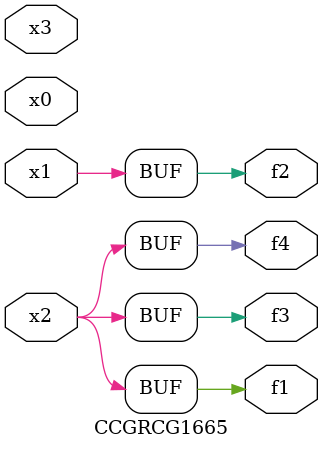
<source format=v>
module CCGRCG1665(
	input x0, x1, x2, x3,
	output f1, f2, f3, f4
);
	assign f1 = x2;
	assign f2 = x1;
	assign f3 = x2;
	assign f4 = x2;
endmodule

</source>
